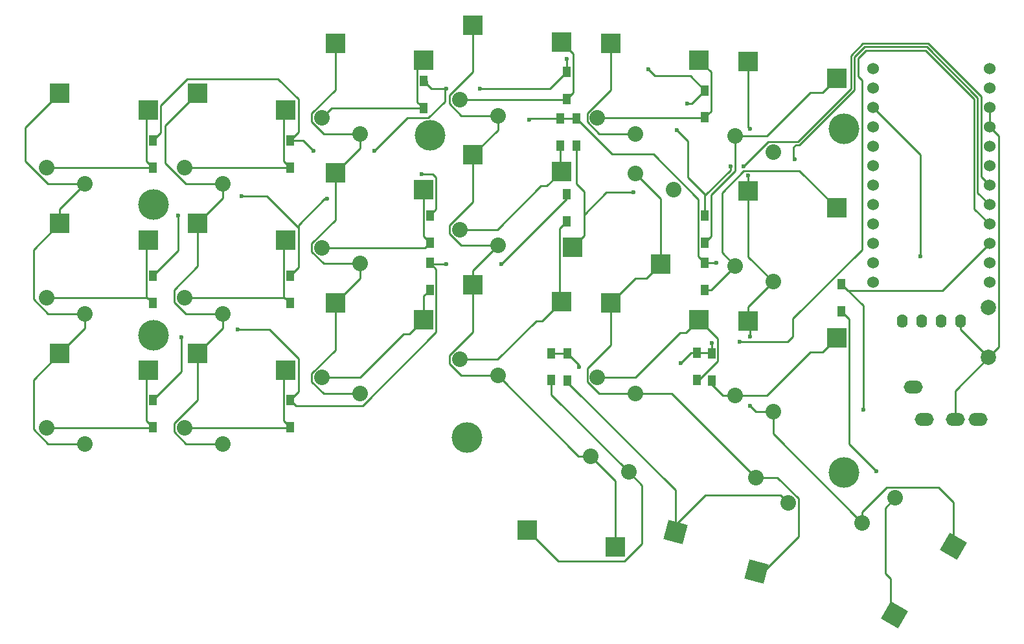
<source format=gbl>
G04 #@! TF.GenerationSoftware,KiCad,Pcbnew,(7.0.0-0)*
G04 #@! TF.CreationDate,2023-04-28T12:14:11+03:00*
G04 #@! TF.ProjectId,chococorne,63686f63-6f63-46f7-926e-652e6b696361,2.1*
G04 #@! TF.SameCoordinates,Original*
G04 #@! TF.FileFunction,Copper,L2,Bot*
G04 #@! TF.FilePolarity,Positive*
%FSLAX46Y46*%
G04 Gerber Fmt 4.6, Leading zero omitted, Abs format (unit mm)*
G04 Created by KiCad (PCBNEW (7.0.0-0)) date 2023-04-28 12:14:11*
%MOMM*%
%LPD*%
G01*
G04 APERTURE LIST*
G04 Aperture macros list*
%AMRotRect*
0 Rectangle, with rotation*
0 The origin of the aperture is its center*
0 $1 length*
0 $2 width*
0 $3 Rotation angle, in degrees counterclockwise*
0 Add horizontal line*
21,1,$1,$2,0,0,$3*%
G04 Aperture macros list end*
G04 #@! TA.AperFunction,ComponentPad*
%ADD10C,4.000000*%
G04 #@! TD*
G04 #@! TA.AperFunction,SMDPad,CuDef*
%ADD11R,2.600000X2.600000*%
G04 #@! TD*
G04 #@! TA.AperFunction,ComponentPad*
%ADD12C,2.032000*%
G04 #@! TD*
G04 #@! TA.AperFunction,ComponentPad*
%ADD13C,2.000000*%
G04 #@! TD*
G04 #@! TA.AperFunction,SMDPad,CuDef*
%ADD14R,1.000000X1.400000*%
G04 #@! TD*
G04 #@! TA.AperFunction,ComponentPad*
%ADD15O,2.500000X1.700000*%
G04 #@! TD*
G04 #@! TA.AperFunction,SMDPad,CuDef*
%ADD16RotRect,2.600000X2.600000X165.000000*%
G04 #@! TD*
G04 #@! TA.AperFunction,ComponentPad*
%ADD17O,1.397000X1.778000*%
G04 #@! TD*
G04 #@! TA.AperFunction,ComponentPad*
%ADD18C,1.524000*%
G04 #@! TD*
G04 #@! TA.AperFunction,SMDPad,CuDef*
%ADD19RotRect,2.600000X2.600000X240.000000*%
G04 #@! TD*
G04 #@! TA.AperFunction,ViaPad*
%ADD20C,0.600000*%
G04 #@! TD*
G04 #@! TA.AperFunction,Conductor*
%ADD21C,0.250000*%
G04 #@! TD*
G04 APERTURE END LIST*
D10*
X71590000Y-69700000D03*
D11*
X23224999Y-81159999D03*
D12*
X26500000Y-93010000D03*
X21500000Y-90910000D03*
D11*
X34774999Y-83359999D03*
D10*
X35460000Y-95820000D03*
X125730000Y-113730000D03*
X76410000Y-109180000D03*
X35460000Y-78680000D03*
D13*
X144620000Y-98710000D03*
X144620000Y-92210000D03*
D14*
X106539999Y-98124999D03*
X106539999Y-101674999D03*
X108419999Y-98164999D03*
X108419999Y-101714999D03*
D11*
X113224999Y-76979999D03*
D12*
X116500000Y-88830000D03*
X111500000Y-86730000D03*
D11*
X124774999Y-79179999D03*
D14*
X35359999Y-104309999D03*
X35359999Y-107859999D03*
X35359999Y-70329999D03*
X35359999Y-73879999D03*
X125409999Y-89124999D03*
X125409999Y-92674999D03*
X35359999Y-88059999D03*
X35359999Y-91609999D03*
X87499999Y-98154999D03*
X87499999Y-101704999D03*
X89599999Y-98214999D03*
X89599999Y-101764999D03*
D15*
X134749999Y-102599999D03*
X143249999Y-106799999D03*
X140249999Y-106799999D03*
X136249999Y-106799999D03*
D14*
X53299999Y-88059999D03*
X53299999Y-91609999D03*
X71589999Y-80124999D03*
X71589999Y-83674999D03*
X107539999Y-86329999D03*
X107539999Y-89879999D03*
X53299999Y-104309999D03*
X53299999Y-107859999D03*
X71589999Y-86329999D03*
X71589999Y-89879999D03*
X89459999Y-77404999D03*
X89459999Y-80954999D03*
X107539999Y-63779999D03*
X107539999Y-67329999D03*
X107539999Y-80124999D03*
X107539999Y-83674999D03*
D11*
X59224999Y-74599999D03*
D12*
X62500000Y-86450000D03*
X57500000Y-84350000D03*
D11*
X70774999Y-76799999D03*
X41224999Y-81159999D03*
D12*
X44500000Y-93010000D03*
X39500000Y-90910000D03*
D11*
X52774999Y-83359999D03*
X101774999Y-86499999D03*
D12*
X98500000Y-74650000D03*
X103500000Y-76750000D03*
D11*
X90224999Y-84299999D03*
D16*
X114273433Y-126704890D03*
D12*
X114177032Y-114411038D03*
X118463142Y-117733577D03*
D16*
X103686391Y-121590493D03*
D17*
X140964999Y-93969999D03*
X138424999Y-93969999D03*
X135884999Y-93969999D03*
X133344999Y-93969999D03*
D18*
X144756400Y-60962000D03*
X144756400Y-63502000D03*
X144756400Y-66042000D03*
X144756400Y-68582000D03*
X144756400Y-71122000D03*
X144756400Y-73662000D03*
X144756400Y-76202000D03*
X144756400Y-78742000D03*
X144756400Y-81282000D03*
X144756400Y-83822000D03*
X144756400Y-86362000D03*
X144756400Y-88902000D03*
X129536400Y-88902000D03*
X129536400Y-86362000D03*
X129536400Y-83822000D03*
X129536400Y-81282000D03*
X129536400Y-78742000D03*
X129536400Y-76202000D03*
X129536400Y-73662000D03*
X129536400Y-71122000D03*
X129536400Y-68582000D03*
X129536400Y-66042000D03*
X129536400Y-63502000D03*
X129536400Y-60962000D03*
D10*
X125730000Y-68830000D03*
D11*
X23224999Y-98179999D03*
D12*
X26500000Y-110030000D03*
X21500000Y-107930000D03*
D11*
X34774999Y-100379999D03*
X41224999Y-64159999D03*
D12*
X44500000Y-76010000D03*
X39500000Y-73910000D03*
D11*
X52774999Y-66359999D03*
X77224999Y-55239999D03*
D12*
X80500000Y-67090000D03*
X75500000Y-64990000D03*
D11*
X88774999Y-57439999D03*
X59224999Y-57599999D03*
D12*
X62500000Y-69450000D03*
X57500000Y-67350000D03*
D11*
X70774999Y-59799999D03*
X113224999Y-59979999D03*
D12*
X116500000Y-71830000D03*
X111500000Y-69730000D03*
D11*
X124774999Y-62179999D03*
X106774999Y-59799999D03*
D12*
X93500000Y-67350000D03*
X98500000Y-69450000D03*
D11*
X95224999Y-57599999D03*
D14*
X88669999Y-67434999D03*
X88669999Y-70984999D03*
X90729999Y-67434999D03*
X90729999Y-70984999D03*
X53299999Y-70329999D03*
X53299999Y-73879999D03*
X70799999Y-66134999D03*
X70799999Y-62584999D03*
X89499999Y-61334999D03*
X89499999Y-64884999D03*
D11*
X77224999Y-89229999D03*
D12*
X80500000Y-101080000D03*
X75500000Y-98980000D03*
D11*
X88774999Y-91429999D03*
X77224999Y-72229999D03*
D12*
X80500000Y-84080000D03*
X75500000Y-81980000D03*
D11*
X88774999Y-74429999D03*
X59224999Y-91604999D03*
D12*
X62500000Y-103455000D03*
X57500000Y-101355000D03*
D11*
X70774999Y-93804999D03*
X23224999Y-64159999D03*
D12*
X26500000Y-76010000D03*
X21500000Y-73910000D03*
D11*
X34774999Y-66359999D03*
X95874999Y-123469999D03*
D12*
X92600000Y-111620000D03*
X97600000Y-113720000D03*
D11*
X84324999Y-121269999D03*
X41224999Y-98164999D03*
D12*
X44500000Y-110015000D03*
X39500000Y-107915000D03*
D11*
X52774999Y-100364999D03*
X95224999Y-91604999D03*
D12*
X98500000Y-103455000D03*
X93500000Y-101355000D03*
D11*
X106774999Y-93804999D03*
D19*
X140040350Y-123458766D03*
D12*
X128140450Y-120370000D03*
X132459103Y-117089873D03*
D19*
X132360094Y-132361359D03*
D11*
X113224999Y-93979999D03*
D12*
X116500000Y-105830000D03*
X111500000Y-103730000D03*
D11*
X124774999Y-96179999D03*
D20*
X100170000Y-61030000D03*
X103910000Y-69020000D03*
X119260000Y-72810000D03*
X109060000Y-86360000D03*
X89460000Y-59630000D03*
X56360000Y-71660000D03*
X135684500Y-85530000D03*
X113200000Y-74950000D03*
X113430000Y-105080000D03*
X113490000Y-95950000D03*
X113430000Y-68830000D03*
X129960000Y-113620000D03*
X98170000Y-77130000D03*
X91110000Y-99980000D03*
X128250000Y-105530000D03*
X47000000Y-77650000D03*
X58200000Y-77990000D03*
X38710000Y-80170000D03*
X39090000Y-96050000D03*
X108460000Y-96840000D03*
X73750000Y-86540000D03*
X46510000Y-95060000D03*
X112080000Y-96680000D03*
X104400000Y-99440000D03*
X80940000Y-86480000D03*
X70530000Y-74710000D03*
X105230000Y-65500000D03*
X73780000Y-63560000D03*
X84570000Y-67600000D03*
X78140000Y-63560000D03*
X112600000Y-73690000D03*
X110875500Y-73690000D03*
X64340000Y-71710000D03*
D21*
X70775000Y-59800000D02*
X69975000Y-60600000D01*
X69975000Y-60600000D02*
X69975000Y-65310000D01*
X69975000Y-65310000D02*
X70800000Y-66135000D01*
X119421000Y-70939000D02*
X119150000Y-71210000D01*
X119902396Y-70939000D02*
X119421000Y-70939000D01*
X127100000Y-59396396D02*
X127100000Y-63741396D01*
X143200000Y-64726396D02*
X136573604Y-58100000D01*
X136573604Y-58100000D02*
X128396396Y-58100000D01*
X128396396Y-58100000D02*
X127100000Y-59396396D01*
X119150000Y-72700000D02*
X119260000Y-72810000D01*
X119150000Y-71210000D02*
X119150000Y-72700000D01*
X127100000Y-63741396D02*
X119902396Y-70939000D01*
X144756400Y-78742000D02*
X143200000Y-77185600D01*
X143200000Y-77185600D02*
X143200000Y-64726396D01*
X58715000Y-66135000D02*
X57500000Y-67350000D01*
X73540000Y-63800000D02*
X73780000Y-63560000D01*
X70800000Y-66135000D02*
X58715000Y-66135000D01*
X72400000Y-79315000D02*
X71590000Y-80125000D01*
X72400000Y-75175000D02*
X72400000Y-79315000D01*
X71935000Y-74710000D02*
X72400000Y-75175000D01*
X70530000Y-74710000D02*
X71935000Y-74710000D01*
X73780000Y-63560000D02*
X71775000Y-63560000D01*
X71775000Y-63560000D02*
X71215000Y-63000000D01*
X71215000Y-63000000D02*
X71215000Y-62585000D01*
X128210000Y-57650000D02*
X136760000Y-57650000D01*
X115801000Y-70489000D02*
X119716000Y-70489000D01*
X136760000Y-57650000D02*
X143669400Y-64559400D01*
X143669400Y-75115000D02*
X144756400Y-76202000D01*
X143669400Y-64559400D02*
X143669400Y-75115000D01*
X119716000Y-70489000D02*
X126650000Y-63555000D01*
X126650000Y-59210000D02*
X128210000Y-57650000D01*
X112600000Y-73690000D02*
X115801000Y-70489000D01*
X126650000Y-63555000D02*
X126650000Y-59210000D01*
X119080000Y-93605000D02*
X119080000Y-95980000D01*
X127550000Y-59582792D02*
X127550000Y-61920000D01*
X128582792Y-58550000D02*
X127550000Y-59582792D01*
X128060000Y-62430000D02*
X128060000Y-84625000D01*
X119080000Y-95980000D02*
X118380000Y-96680000D01*
X144756400Y-81282000D02*
X142750000Y-79275600D01*
X128060000Y-84625000D02*
X119080000Y-93605000D01*
X136387208Y-58550000D02*
X128582792Y-58550000D01*
X142750000Y-79275600D02*
X142750000Y-64912792D01*
X142750000Y-64912792D02*
X136387208Y-58550000D01*
X127550000Y-61920000D02*
X128060000Y-62430000D01*
X118380000Y-96680000D02*
X112080000Y-96680000D01*
X73540000Y-65245000D02*
X73540000Y-63800000D01*
X71410000Y-67375000D02*
X73540000Y-65245000D01*
X68675000Y-67375000D02*
X71410000Y-67375000D01*
X64340000Y-71710000D02*
X68675000Y-67375000D01*
X52475000Y-90785000D02*
X53300000Y-91610000D01*
X39500000Y-90910000D02*
X52600000Y-90910000D01*
X52475000Y-83660000D02*
X52475000Y-90785000D01*
X52600000Y-90910000D02*
X53300000Y-91610000D01*
X52775000Y-83360000D02*
X52475000Y-83660000D01*
X70765000Y-82850000D02*
X71590000Y-83675000D01*
X70765000Y-76810000D02*
X70765000Y-82850000D01*
X70915000Y-84350000D02*
X71590000Y-83675000D01*
X70775000Y-76800000D02*
X70765000Y-76810000D01*
X57500000Y-84350000D02*
X70915000Y-84350000D01*
X86135000Y-76305000D02*
X86900000Y-76305000D01*
X88670000Y-74325000D02*
X88775000Y-74430000D01*
X80460000Y-81980000D02*
X86135000Y-76305000D01*
X88670000Y-70985000D02*
X88670000Y-74325000D01*
X86900000Y-76305000D02*
X88775000Y-74430000D01*
X75500000Y-81980000D02*
X80460000Y-81980000D01*
X90225000Y-84300000D02*
X91774100Y-82750900D01*
X91774100Y-80100000D02*
X91774100Y-77040900D01*
X91774100Y-82750900D02*
X91774100Y-80100000D01*
X90730000Y-75996800D02*
X90730000Y-70985000D01*
X91774100Y-80042216D02*
X91774100Y-80100000D01*
X91774100Y-77040900D02*
X90730000Y-75996800D01*
X94686316Y-77130000D02*
X91774100Y-80042216D01*
X98170000Y-77130000D02*
X94686316Y-77130000D01*
X111500000Y-86730000D02*
X108350000Y-89880000D01*
X109774100Y-77180900D02*
X109774100Y-85004100D01*
X112630000Y-74325000D02*
X109774100Y-77180900D01*
X124775000Y-79180000D02*
X119920000Y-74325000D01*
X109774100Y-85004100D02*
X111500000Y-86730000D01*
X119920000Y-74325000D02*
X112630000Y-74325000D01*
X108350000Y-89880000D02*
X107540000Y-89880000D01*
X39500000Y-107915000D02*
X53245000Y-107915000D01*
X52475000Y-107035000D02*
X53300000Y-107860000D01*
X53245000Y-107915000D02*
X53300000Y-107860000D01*
X52775000Y-100365000D02*
X52475000Y-100665000D01*
X52475000Y-100665000D02*
X52475000Y-107035000D01*
X70775000Y-90695000D02*
X71590000Y-89880000D01*
X70775000Y-93805000D02*
X70775000Y-90695000D01*
X68141316Y-95680000D02*
X68900000Y-95680000D01*
X62466316Y-101355000D02*
X68141316Y-95680000D01*
X57500000Y-101355000D02*
X62466316Y-101355000D01*
X68900000Y-95680000D02*
X70775000Y-93805000D01*
X85492216Y-93954100D02*
X86250900Y-93954100D01*
X86250900Y-93954100D02*
X88775000Y-91430000D01*
X75500000Y-98980000D02*
X80466316Y-98980000D01*
X88775000Y-91430000D02*
X88600000Y-91255000D01*
X80466316Y-98980000D02*
X85492216Y-93954100D01*
X88600000Y-91255000D02*
X88600000Y-81815000D01*
X88600000Y-81815000D02*
X89460000Y-80955000D01*
X105080000Y-95500000D02*
X106775000Y-93805000D01*
X104321316Y-95500000D02*
X105080000Y-95500000D01*
X93500000Y-101355000D02*
X98466316Y-101355000D01*
X98466316Y-101355000D02*
X104321316Y-95500000D01*
X106760000Y-101675000D02*
X109245000Y-99190000D01*
X106540000Y-101675000D02*
X106760000Y-101675000D01*
X109245000Y-99190000D02*
X109245000Y-96275000D01*
X105715000Y-94865000D02*
X106775000Y-93805000D01*
X109245000Y-96275000D02*
X106775000Y-93805000D01*
X108420000Y-102285000D02*
X109865000Y-103730000D01*
X121329999Y-98055000D02*
X122900000Y-98055000D01*
X108420000Y-101715000D02*
X108420000Y-102285000D01*
X108460000Y-96840000D02*
X108460000Y-98125000D01*
X106540000Y-98125000D02*
X108380000Y-98125000D01*
X54060000Y-105070000D02*
X53300000Y-104310000D01*
X73750000Y-86540000D02*
X71800000Y-86540000D01*
X71800000Y-86540000D02*
X71590000Y-86330000D01*
X72415000Y-95436461D02*
X62781461Y-105070000D01*
X39090000Y-96050000D02*
X39090000Y-100580000D01*
X72415000Y-87155000D02*
X72415000Y-95436461D01*
X108380000Y-98125000D02*
X108420000Y-98165000D01*
X89460000Y-77960000D02*
X80940000Y-86480000D01*
X89460000Y-77405000D02*
X89460000Y-77960000D01*
X50590000Y-95060000D02*
X46510000Y-95060000D01*
X62781461Y-105070000D02*
X54060000Y-105070000D01*
X39090000Y-100580000D02*
X35360000Y-104310000D01*
X105715000Y-98125000D02*
X106540000Y-98125000D01*
X128250000Y-91965000D02*
X128250000Y-105530000D01*
X144756400Y-83822000D02*
X138589400Y-89989000D01*
X126274000Y-89989000D02*
X125410000Y-89125000D01*
X89540000Y-98155000D02*
X89600000Y-98215000D01*
X138589400Y-89989000D02*
X126274000Y-89989000D01*
X125410000Y-89125000D02*
X128250000Y-91965000D01*
X87500000Y-98155000D02*
X89540000Y-98155000D01*
X91110000Y-99725000D02*
X89600000Y-98215000D01*
X91110000Y-99980000D02*
X91110000Y-99725000D01*
X89395000Y-64990000D02*
X89500000Y-64885000D01*
X90325000Y-58990000D02*
X90325000Y-64060000D01*
X88775000Y-57440000D02*
X88675000Y-57540000D01*
X88775000Y-57440000D02*
X90325000Y-58990000D01*
X90325000Y-64060000D02*
X89500000Y-64885000D01*
X75500000Y-64990000D02*
X89395000Y-64990000D01*
X108365000Y-66505000D02*
X107540000Y-67330000D01*
X93500000Y-67350000D02*
X107520000Y-67350000D01*
X106775000Y-59800000D02*
X106715000Y-59860000D01*
X108365000Y-61390000D02*
X108365000Y-66505000D01*
X107520000Y-67350000D02*
X107540000Y-67330000D01*
X106775000Y-59800000D02*
X108365000Y-61390000D01*
X108365000Y-82850000D02*
X107540000Y-83675000D01*
X115654999Y-69730000D02*
X121329999Y-64055000D01*
X111500000Y-69730000D02*
X111500000Y-74315000D01*
X111500000Y-74315000D02*
X108365000Y-77450000D01*
X121329999Y-64055000D02*
X122900000Y-64055000D01*
X111500000Y-69730000D02*
X115654999Y-69730000D01*
X108365000Y-77450000D02*
X108365000Y-82850000D01*
X122900000Y-64055000D02*
X124775000Y-62180000D01*
X23225000Y-64160000D02*
X18720000Y-68665000D01*
X19774100Y-108100561D02*
X21703539Y-110030000D01*
X26500000Y-94905000D02*
X23225000Y-98180000D01*
X19774100Y-91080561D02*
X19774100Y-84610900D01*
X23225000Y-98180000D02*
X19774100Y-101630900D01*
X21703539Y-76010000D02*
X26500000Y-76010000D01*
X21703539Y-110030000D02*
X26500000Y-110030000D01*
X18720000Y-68665000D02*
X18720000Y-73026461D01*
X26500000Y-93010000D02*
X26500000Y-94905000D01*
X23225000Y-81160000D02*
X23225000Y-79285000D01*
X19774100Y-84610900D02*
X23225000Y-81160000D01*
X18720000Y-73026461D02*
X21703539Y-76010000D01*
X19774100Y-101630900D02*
X19774100Y-108100561D01*
X26500000Y-93010000D02*
X21703539Y-93010000D01*
X23225000Y-79285000D02*
X26500000Y-76010000D01*
X21703539Y-93010000D02*
X19774100Y-91080561D01*
X41225000Y-64175000D02*
X37030000Y-68370000D01*
X37030000Y-73336461D02*
X39703539Y-76010000D01*
X38159000Y-107359539D02*
X38159000Y-108470461D01*
X41225000Y-86789999D02*
X38159000Y-89855999D01*
X37030000Y-68370000D02*
X37030000Y-73336461D01*
X39703539Y-76010000D02*
X44500000Y-76010000D01*
X39703539Y-110015000D02*
X44500000Y-110015000D01*
X41225000Y-64160000D02*
X41225000Y-64175000D01*
X44500000Y-76010000D02*
X44500000Y-77885000D01*
X41225000Y-104293539D02*
X38159000Y-107359539D01*
X41225000Y-98165000D02*
X41225000Y-104293539D01*
X38159000Y-91465461D02*
X39703539Y-93010000D01*
X39703539Y-93010000D02*
X44500000Y-93010000D01*
X41225000Y-81160000D02*
X41225000Y-86789999D01*
X38159000Y-89855999D02*
X38159000Y-91465461D01*
X44500000Y-93010000D02*
X44500000Y-94890000D01*
X44500000Y-77885000D02*
X41225000Y-81160000D01*
X38159000Y-108470461D02*
X39703539Y-110015000D01*
X44500000Y-94890000D02*
X41225000Y-98165000D01*
X62500000Y-86450000D02*
X62500000Y-88330000D01*
X122900000Y-98055000D02*
X124775000Y-96180000D01*
X115654999Y-103730000D02*
X121329999Y-98055000D01*
X111500000Y-103730000D02*
X115654999Y-103730000D01*
X111500000Y-103730000D02*
X109865000Y-103730000D01*
X84325000Y-121270000D02*
X88400000Y-125345000D01*
X87500000Y-103620000D02*
X87500000Y-101705000D01*
X99325900Y-123084100D02*
X99325900Y-115445900D01*
X97065000Y-125345000D02*
X99325900Y-123084100D01*
X88400000Y-125345000D02*
X97065000Y-125345000D01*
X99325900Y-115445900D02*
X97600000Y-113720000D01*
X97600000Y-113720000D02*
X87500000Y-103620000D01*
X89600000Y-101965000D02*
X103686392Y-116051392D01*
X117447143Y-116717578D02*
X107572641Y-116717578D01*
X103686392Y-116051392D02*
X103686392Y-121590494D01*
X107572641Y-116717578D02*
X103686392Y-120603827D01*
X103686392Y-120603827D02*
X103686392Y-121590494D01*
X118463142Y-117733577D02*
X117447143Y-116717578D01*
X89600000Y-101765000D02*
X89600000Y-101965000D01*
X131130000Y-118418976D02*
X131130000Y-126979456D01*
X131840000Y-131841265D02*
X132360095Y-132361360D01*
X131840000Y-127689456D02*
X131840000Y-131841265D01*
X126400000Y-110060000D02*
X129960000Y-113620000D01*
X131130000Y-126979456D02*
X131840000Y-127689456D01*
X132459103Y-117089873D02*
X131130000Y-118418976D01*
X125410000Y-92675000D02*
X126400000Y-93665000D01*
X126400000Y-93665000D02*
X126400000Y-110060000D01*
X145945000Y-97385000D02*
X144620000Y-98710000D01*
X140965000Y-95055000D02*
X140965000Y-93970000D01*
X140250000Y-106800000D02*
X140250000Y-103080000D01*
X144756400Y-68582000D02*
X145945000Y-69770600D01*
X144620000Y-98710000D02*
X140965000Y-95055000D01*
X140250000Y-103080000D02*
X144620000Y-98710000D01*
X144756400Y-66042000D02*
X144756400Y-68582000D01*
X145945000Y-69770600D02*
X145945000Y-97385000D01*
X98500000Y-103455000D02*
X103220994Y-103455000D01*
X119804142Y-122145858D02*
X115245109Y-126704891D01*
X119804142Y-117178116D02*
X119804142Y-122145858D01*
X115245109Y-126704891D02*
X114273434Y-126704891D01*
X92159000Y-66794539D02*
X92159000Y-67905461D01*
X95225000Y-57600000D02*
X95225000Y-63728539D01*
X113490000Y-94245000D02*
X113225000Y-93980000D01*
X140040351Y-117660351D02*
X140040351Y-123458767D01*
X113225000Y-85555000D02*
X113225000Y-76980000D01*
X113225000Y-74975000D02*
X113200000Y-74950000D01*
X116500000Y-108729550D02*
X128140450Y-120370000D01*
X113225000Y-68625000D02*
X113430000Y-68830000D01*
X113225000Y-59980000D02*
X113225000Y-68625000D01*
X116500000Y-105830000D02*
X114180000Y-105830000D01*
X131324737Y-115748873D02*
X138128873Y-115748873D01*
X128140450Y-118933160D02*
X131324737Y-115748873D01*
X113490000Y-95950000D02*
X113490000Y-94245000D01*
X116500000Y-88830000D02*
X113225000Y-85555000D01*
X113225000Y-93980000D02*
X113225000Y-92105000D01*
X116500000Y-105830000D02*
X116500000Y-108729550D01*
X128140450Y-120370000D02*
X128140450Y-118933160D01*
X113225000Y-76980000D02*
X113225000Y-74975000D01*
X114180000Y-105830000D02*
X113430000Y-105080000D01*
X113225000Y-92105000D02*
X116500000Y-88830000D01*
X138128873Y-115748873D02*
X140040351Y-117660351D01*
X135684500Y-85530000D02*
X135684500Y-72190100D01*
X135684500Y-72190100D02*
X129536400Y-66042000D01*
X34535000Y-73055000D02*
X35360000Y-73880000D01*
X34775000Y-66360000D02*
X34535000Y-66600000D01*
X35330000Y-73910000D02*
X35360000Y-73880000D01*
X34535000Y-66600000D02*
X34535000Y-73055000D01*
X21500000Y-73910000D02*
X35330000Y-73910000D01*
X34535000Y-83600000D02*
X34535000Y-90785000D01*
X34535000Y-90785000D02*
X35360000Y-91610000D01*
X34660000Y-90910000D02*
X35360000Y-91610000D01*
X34775000Y-83360000D02*
X34535000Y-83600000D01*
X21500000Y-90910000D02*
X34660000Y-90910000D01*
X34535000Y-100620000D02*
X34535000Y-107035000D01*
X21500000Y-107930000D02*
X35290000Y-107930000D01*
X35290000Y-107930000D02*
X35360000Y-107860000D01*
X34535000Y-107035000D02*
X35360000Y-107860000D01*
X34775000Y-100380000D02*
X34535000Y-100620000D01*
X59225000Y-74600000D02*
X59225000Y-80728539D01*
X59225000Y-63728539D02*
X56159000Y-66794539D01*
X59225000Y-91605000D02*
X59225000Y-97733539D01*
X56159000Y-66794539D02*
X56159000Y-67905461D01*
X56159000Y-84905461D02*
X57703539Y-86450000D01*
X62500000Y-71325000D02*
X59225000Y-74600000D01*
X59225000Y-57600000D02*
X59225000Y-63728539D01*
X57703539Y-69450000D02*
X62500000Y-69450000D01*
X56159000Y-101910461D02*
X57703539Y-103455000D01*
X56159000Y-100799539D02*
X56159000Y-101910461D01*
X57703539Y-86450000D02*
X62500000Y-86450000D01*
X57703539Y-103455000D02*
X62500000Y-103455000D01*
X62500000Y-88330000D02*
X59225000Y-91605000D01*
X59225000Y-80728539D02*
X56159000Y-83794539D01*
X62500000Y-69450000D02*
X62500000Y-71325000D01*
X59225000Y-97733539D02*
X56159000Y-100799539D01*
X56159000Y-83794539D02*
X56159000Y-84905461D01*
X56159000Y-67905461D02*
X57703539Y-69450000D01*
X74159000Y-64434539D02*
X74159000Y-65545461D01*
X75703539Y-67090000D02*
X80500000Y-67090000D01*
X74159000Y-99535461D02*
X75703539Y-101080000D01*
X80500000Y-101080000D02*
X91040000Y-111620000D01*
X80500000Y-67090000D02*
X80500000Y-68955000D01*
X75703539Y-84080000D02*
X80500000Y-84080000D01*
X77225000Y-55240000D02*
X77225000Y-61368539D01*
X74159000Y-65545461D02*
X75703539Y-67090000D01*
X75703539Y-101080000D02*
X80500000Y-101080000D01*
X74159000Y-81424539D02*
X74159000Y-82535461D01*
X92600000Y-111620000D02*
X95875000Y-114895000D01*
X77225000Y-89230000D02*
X77225000Y-87355000D01*
X77225000Y-89230000D02*
X77225000Y-95358539D01*
X80500000Y-68955000D02*
X77225000Y-72230000D01*
X77225000Y-61368539D02*
X74159000Y-64434539D01*
X74159000Y-98424539D02*
X74159000Y-99535461D01*
X77225000Y-87355000D02*
X80500000Y-84080000D01*
X77225000Y-95358539D02*
X74159000Y-98424539D01*
X74159000Y-82535461D02*
X75703539Y-84080000D01*
X91040000Y-111620000D02*
X92600000Y-111620000D01*
X95875000Y-114895000D02*
X95875000Y-123470000D01*
X77225000Y-72230000D02*
X77225000Y-78358539D01*
X77225000Y-78358539D02*
X74159000Y-81424539D01*
X99900000Y-88375000D02*
X98455000Y-88375000D01*
X98500000Y-74650000D02*
X101775000Y-77925000D01*
X93703539Y-69450000D02*
X98500000Y-69450000D01*
X98455000Y-88375000D02*
X95225000Y-91605000D01*
X98500000Y-103455000D02*
X93703539Y-103455000D01*
X103220994Y-103455000D02*
X114177032Y-114411038D01*
X92159000Y-67905461D02*
X93703539Y-69450000D01*
X92159000Y-100181000D02*
X95225000Y-97115000D01*
X114177032Y-114411038D02*
X117037064Y-114411038D01*
X93703539Y-103455000D02*
X92159000Y-101910461D01*
X117037064Y-114411038D02*
X119804142Y-117178116D01*
X92159000Y-101910461D02*
X92159000Y-100181000D01*
X95225000Y-63728539D02*
X92159000Y-66794539D01*
X101775000Y-86500000D02*
X99900000Y-88375000D01*
X95225000Y-97115000D02*
X95225000Y-91605000D01*
X101775000Y-77925000D02*
X101775000Y-86500000D01*
X57826316Y-77990000D02*
X58200000Y-77990000D01*
X84570000Y-67600000D02*
X84735000Y-67435000D01*
X38710000Y-80170000D02*
X38710000Y-84710000D01*
X106715000Y-85505000D02*
X106715000Y-78055000D01*
X107540000Y-86330000D02*
X106715000Y-85505000D01*
X54400000Y-81416316D02*
X57826316Y-77990000D01*
X38710000Y-84710000D02*
X35360000Y-88060000D01*
X106715000Y-78055000D02*
X100805000Y-72145000D01*
X54400000Y-86960000D02*
X54400000Y-82090000D01*
X90730000Y-67435000D02*
X95440000Y-72145000D01*
X84735000Y-67435000D02*
X88670000Y-67435000D01*
X95440000Y-72145000D02*
X100805000Y-72145000D01*
X90730000Y-67435000D02*
X88670000Y-67435000D01*
X54400000Y-82090000D02*
X54400000Y-81416316D01*
X107570000Y-86360000D02*
X107540000Y-86330000D01*
X54400000Y-82090000D02*
X54400000Y-81735000D01*
X50315000Y-77650000D02*
X47000000Y-77650000D01*
X54400000Y-81735000D02*
X50315000Y-77650000D01*
X109060000Y-86360000D02*
X107570000Y-86360000D01*
X53300000Y-88060000D02*
X54400000Y-86960000D01*
X52775000Y-66360000D02*
X52475000Y-66660000D01*
X52475000Y-73055000D02*
X53300000Y-73880000D01*
X52475000Y-66660000D02*
X52475000Y-73055000D01*
X53270000Y-73910000D02*
X53300000Y-73880000D01*
X39500000Y-73910000D02*
X53270000Y-73910000D01*
X108460000Y-98125000D02*
X108420000Y-98165000D01*
X71590000Y-86330000D02*
X72415000Y-87155000D01*
X54400000Y-98870000D02*
X50590000Y-95060000D01*
X54400000Y-103210000D02*
X54400000Y-98870000D01*
X104400000Y-99440000D02*
X105715000Y-98125000D01*
X53300000Y-104310000D02*
X54400000Y-103210000D01*
X107540000Y-63780000D02*
X105630000Y-61870000D01*
X51750000Y-62270000D02*
X39865000Y-62270000D01*
X56360000Y-71660000D02*
X55030000Y-70330000D01*
X39865000Y-62270000D02*
X36400000Y-65735000D01*
X105320000Y-70430000D02*
X103910000Y-69020000D01*
X110875500Y-73690000D02*
X110875500Y-74204500D01*
X107625000Y-77455000D02*
X107540000Y-77540000D01*
X36400000Y-69290000D02*
X35360000Y-70330000D01*
X107540000Y-77540000D02*
X107540000Y-78040000D01*
X89460000Y-61295000D02*
X89500000Y-61335000D01*
X53300000Y-70330000D02*
X54400000Y-69230000D01*
X105820000Y-65500000D02*
X107540000Y-63780000D01*
X110875500Y-74204500D02*
X107625000Y-77455000D01*
X87275000Y-63560000D02*
X78140000Y-63560000D01*
X105230000Y-65500000D02*
X105820000Y-65500000D01*
X89500000Y-61335000D02*
X87275000Y-63560000D01*
X36400000Y-65735000D02*
X36400000Y-69290000D01*
X54400000Y-69230000D02*
X54400000Y-64920000D01*
X54400000Y-64920000D02*
X51750000Y-62270000D01*
X106846928Y-76680000D02*
X105320000Y-75153072D01*
X106846928Y-76680000D02*
X106850000Y-76680000D01*
X106850000Y-76680000D02*
X107625000Y-77455000D01*
X105630000Y-61870000D02*
X101010000Y-61870000D01*
X105320000Y-75153072D02*
X105320000Y-70430000D01*
X107540000Y-80125000D02*
X107540000Y-78040000D01*
X89460000Y-59630000D02*
X89460000Y-61295000D01*
X101010000Y-61870000D02*
X100170000Y-61030000D01*
X55030000Y-70330000D02*
X53300000Y-70330000D01*
M02*

</source>
